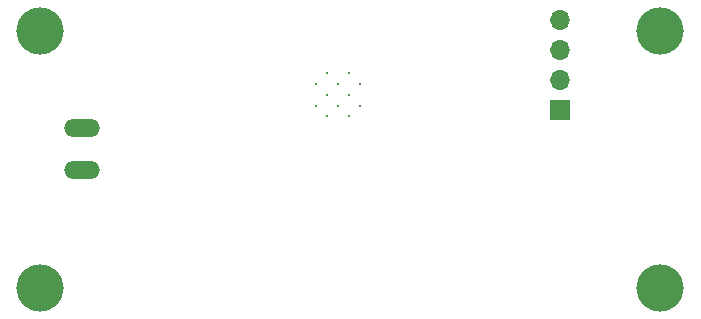
<source format=gbs>
G04 #@! TF.GenerationSoftware,KiCad,Pcbnew,(5.1.7-0-10_14)*
G04 #@! TF.CreationDate,2021-04-09T21:40:06+02:00*
G04 #@! TF.ProjectId,StralingslocatiePCB,53747261-6c69-46e6-9773-6c6f63617469,rev?*
G04 #@! TF.SameCoordinates,Original*
G04 #@! TF.FileFunction,Soldermask,Bot*
G04 #@! TF.FilePolarity,Negative*
%FSLAX46Y46*%
G04 Gerber Fmt 4.6, Leading zero omitted, Abs format (unit mm)*
G04 Created by KiCad (PCBNEW (5.1.7-0-10_14)) date 2021-04-09 21:40:06*
%MOMM*%
%LPD*%
G01*
G04 APERTURE LIST*
%ADD10C,0.300000*%
%ADD11O,1.700000X1.700000*%
%ADD12R,1.700000X1.700000*%
%ADD13O,3.014980X1.506220*%
%ADD14C,4.000000*%
G04 APERTURE END LIST*
D10*
X143284500Y-46825000D03*
X145119500Y-46825000D03*
X142367000Y-47742500D03*
X144202000Y-47742500D03*
X146037000Y-47742500D03*
X143284500Y-48660000D03*
X145119500Y-48660000D03*
X142367000Y-49577500D03*
X144202000Y-49577500D03*
X146037000Y-49577500D03*
X143284500Y-50495000D03*
X145119500Y-50495000D03*
D11*
X163000000Y-42310000D03*
X163000000Y-44850000D03*
X163000000Y-47390000D03*
D12*
X163000000Y-49930000D03*
D13*
X122500000Y-51502480D03*
X122500000Y-54997520D03*
D14*
X171500000Y-43250000D03*
X171500000Y-65000000D03*
X119000000Y-43250000D03*
X119000000Y-65000000D03*
M02*

</source>
